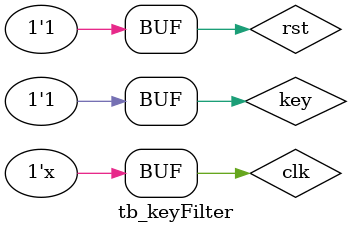
<source format=v>
`timescale 10ns/1ns
module tb_keyFilter ();

reg clk, rst;
reg key;
wire key_effPulse;

parameter period_clk = 1;      // 仿真时钟周期20ns, 对应50MHz
parameter period_pp = 500_000;     // 按键按下
parameter period_keyPress = 5_000_000;  // 按键时间50ms

initial begin
    clk <= 0;
    key <= 1;
    rst <= 1;
    #0.1 rst <= 0;        // 复位
    #0.1 rst <= 1;
    #(period_pp)    key <= 0;
    #(period_keyPress)  key <= 1;
end

always #(period_clk) clk = ~clk;

key_filter inst_keyFilter(
    .clk(clk),        
    .rst(rst),
    .key(key),
    .key_effPulse(key_effPulse)
);
endmodule


</source>
